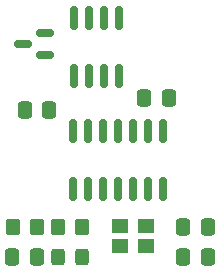
<source format=gtp>
G04 #@! TF.GenerationSoftware,KiCad,Pcbnew,7.0.1*
G04 #@! TF.CreationDate,2023-10-25T21:17:39+02:00*
G04 #@! TF.ProjectId,canfd_breakout,63616e66-645f-4627-9265-616b6f75742e,rev?*
G04 #@! TF.SameCoordinates,Original*
G04 #@! TF.FileFunction,Paste,Top*
G04 #@! TF.FilePolarity,Positive*
%FSLAX46Y46*%
G04 Gerber Fmt 4.6, Leading zero omitted, Abs format (unit mm)*
G04 Created by KiCad (PCBNEW 7.0.1) date 2023-10-25 21:17:39*
%MOMM*%
%LPD*%
G01*
G04 APERTURE LIST*
G04 Aperture macros list*
%AMRoundRect*
0 Rectangle with rounded corners*
0 $1 Rounding radius*
0 $2 $3 $4 $5 $6 $7 $8 $9 X,Y pos of 4 corners*
0 Add a 4 corners polygon primitive as box body*
4,1,4,$2,$3,$4,$5,$6,$7,$8,$9,$2,$3,0*
0 Add four circle primitives for the rounded corners*
1,1,$1+$1,$2,$3*
1,1,$1+$1,$4,$5*
1,1,$1+$1,$6,$7*
1,1,$1+$1,$8,$9*
0 Add four rect primitives between the rounded corners*
20,1,$1+$1,$2,$3,$4,$5,0*
20,1,$1+$1,$4,$5,$6,$7,0*
20,1,$1+$1,$6,$7,$8,$9,0*
20,1,$1+$1,$8,$9,$2,$3,0*%
G04 Aperture macros list end*
%ADD10RoundRect,0.250000X-0.337500X-0.475000X0.337500X-0.475000X0.337500X0.475000X-0.337500X0.475000X0*%
%ADD11RoundRect,0.250000X0.325000X0.450000X-0.325000X0.450000X-0.325000X-0.450000X0.325000X-0.450000X0*%
%ADD12RoundRect,0.250000X0.350000X0.450000X-0.350000X0.450000X-0.350000X-0.450000X0.350000X-0.450000X0*%
%ADD13RoundRect,0.250000X-0.350000X-0.450000X0.350000X-0.450000X0.350000X0.450000X-0.350000X0.450000X0*%
%ADD14RoundRect,0.250000X0.337500X0.475000X-0.337500X0.475000X-0.337500X-0.475000X0.337500X-0.475000X0*%
%ADD15R,1.400000X1.200000*%
%ADD16RoundRect,0.150000X0.150000X-0.825000X0.150000X0.825000X-0.150000X0.825000X-0.150000X-0.825000X0*%
%ADD17RoundRect,0.150000X0.587500X0.150000X-0.587500X0.150000X-0.587500X-0.150000X0.587500X-0.150000X0*%
G04 APERTURE END LIST*
D10*
X102827000Y-118364000D03*
X104902000Y-118364000D03*
D11*
X108730000Y-118364000D03*
X106680000Y-118364000D03*
D12*
X108712000Y-115824000D03*
X106712000Y-115824000D03*
D13*
X102902000Y-115824000D03*
X104902000Y-115824000D03*
D10*
X117305000Y-115824000D03*
X119380000Y-115824000D03*
X117305000Y-118364000D03*
X119380000Y-118364000D03*
X114024500Y-104902000D03*
X116099500Y-104902000D03*
D14*
X105961000Y-105918000D03*
X103886000Y-105918000D03*
D15*
X111930000Y-117436000D03*
X114130000Y-117436000D03*
X114130000Y-115736000D03*
X111930000Y-115736000D03*
D16*
X108077000Y-103059000D03*
X109347000Y-103059000D03*
X110617000Y-103059000D03*
X111887000Y-103059000D03*
X111887000Y-98109000D03*
X110617000Y-98109000D03*
X109347000Y-98109000D03*
X108077000Y-98109000D03*
D17*
X103710500Y-100330000D03*
X105585500Y-99380000D03*
X105585500Y-101280000D03*
D16*
X107950000Y-107696000D03*
X109220000Y-107696000D03*
X110490000Y-107696000D03*
X111760000Y-107696000D03*
X113030000Y-107696000D03*
X114300000Y-107696000D03*
X115570000Y-107696000D03*
X115570000Y-112646000D03*
X114300000Y-112646000D03*
X113030000Y-112646000D03*
X111760000Y-112646000D03*
X110490000Y-112646000D03*
X109220000Y-112646000D03*
X107950000Y-112646000D03*
M02*

</source>
